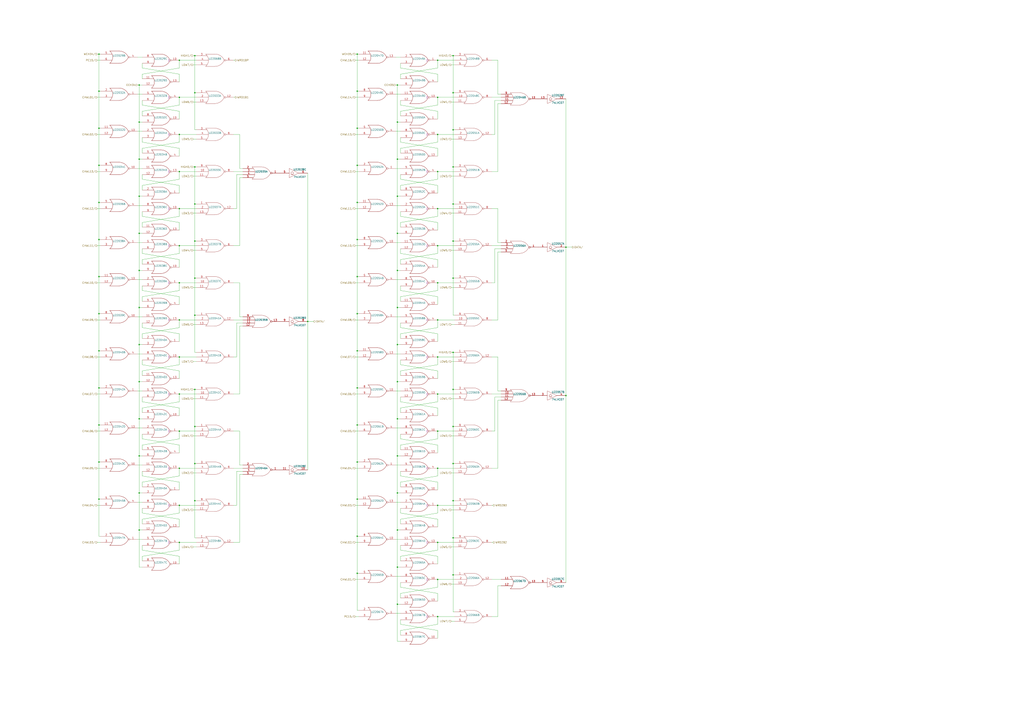
<source format=kicad_sch>
(kicad_sch (version 20211123) (generator eeschema)
  (paper "A1")
  (junction (at 372.11 381))
  (junction (at 81.28 288.29))
  (junction (at 147.32 415.29))
  (junction (at 326.39 191.77))
  (junction (at 359.41 80.01))
  (junction (at 359.41 323.85))
  (junction (at 372.11 472.44))
  (junction (at 160.02 228.6))
  (junction (at 81.28 349.25))
  (junction (at 293.37 196.85))
  (junction (at 359.41 445.77))
  (junction (at 81.28 74.93))
  (junction (at 147.32 262.89))
  (junction (at 114.3 100.33))
  (junction (at 293.37 288.29))
  (junction (at 147.32 293.37))
  (junction (at 114.3 191.77))
  (junction (at 359.41 49.53))
  (junction (at 114.3 374.65))
  (junction (at 147.32 323.85))
  (junction (at 147.32 110.49))
  (junction (at 160.02 320.04))
  (junction (at 359.41 354.33))
  (junction (at 326.39 313.69))
  (junction (at 114.3 161.29))
  (junction (at 160.02 167.64))
  (junction (at 114.3 222.25))
  (junction (at 114.3 283.21))
  (junction (at 160.02 381))
  (junction (at 160.02 411.48))
  (junction (at 160.02 45.72))
  (junction (at 114.3 313.69))
  (junction (at 372.11 137.16))
  (junction (at 114.3 130.81))
  (junction (at 147.32 49.53))
  (junction (at 359.41 110.49))
  (junction (at 359.41 293.37))
  (junction (at 326.39 100.33))
  (junction (at 81.28 318.77))
  (junction (at 372.11 167.64))
  (junction (at 160.02 259.08))
  (junction (at 160.02 198.12))
  (junction (at 147.32 80.01))
  (junction (at 372.11 350.52))
  (junction (at 359.41 171.45))
  (junction (at 160.02 350.52))
  (junction (at 372.11 45.72))
  (junction (at 81.28 166.37))
  (junction (at 293.37 74.93))
  (junction (at 114.3 344.17))
  (junction (at 359.41 262.89))
  (junction (at 81.28 105.41))
  (junction (at 326.39 496.57))
  (junction (at 359.41 232.41))
  (junction (at 147.32 201.93))
  (junction (at 359.41 201.93))
  (junction (at 326.39 405.13))
  (junction (at 464.82 203.2))
  (junction (at 114.3 252.73))
  (junction (at 293.37 471.17))
  (junction (at 293.37 44.45))
  (junction (at 464.82 325.12))
  (junction (at 160.02 137.16))
  (junction (at 252.73 264.16))
  (junction (at 326.39 283.21))
  (junction (at 359.41 506.73))
  (junction (at 81.28 379.73))
  (junction (at 293.37 349.25))
  (junction (at 326.39 435.61))
  (junction (at 326.39 69.85))
  (junction (at 81.28 410.21))
  (junction (at 81.28 257.81))
  (junction (at 372.11 411.48))
  (junction (at 372.11 106.68))
  (junction (at 81.28 227.33))
  (junction (at 147.32 171.45))
  (junction (at 293.37 379.73))
  (junction (at 359.41 415.29))
  (junction (at 81.28 196.85))
  (junction (at 326.39 161.29))
  (junction (at 372.11 76.2))
  (junction (at 293.37 227.33))
  (junction (at 372.11 198.12))
  (junction (at 114.3 405.13))
  (junction (at 147.32 140.97))
  (junction (at 293.37 135.89))
  (junction (at 114.3 69.85))
  (junction (at 372.11 228.6))
  (junction (at 372.11 320.04))
  (junction (at 359.41 476.25))
  (junction (at 160.02 76.2))
  (junction (at 326.39 222.25))
  (junction (at 114.3 435.61))
  (junction (at 147.32 445.77))
  (junction (at 293.37 318.77))
  (junction (at 147.32 232.41))
  (junction (at 293.37 166.37))
  (junction (at 372.11 441.96))
  (junction (at 293.37 440.69))
  (junction (at 372.11 289.56))
  (junction (at 326.39 344.17))
  (junction (at 81.28 44.45))
  (junction (at 326.39 466.09))
  (junction (at 293.37 410.21))
  (junction (at 147.32 384.81))
  (junction (at 81.28 135.89))
  (junction (at 293.37 257.81))
  (junction (at 326.39 130.81))
  (junction (at 359.41 140.97))
  (junction (at 326.39 252.73))
  (junction (at 326.39 374.65))
  (junction (at 359.41 384.81))
  (junction (at 147.32 354.33))
  (junction (at 293.37 105.41))
  (wire (pts (xy 328.93 182.88) (xy 328.93 186.69)))
  (wire (pts (xy 196.85 445.77) (xy 196.85 389.89)))
  (wire (pts (xy 293.37 74.93) (xy 294.64 74.93)))
  (wire (pts (xy 196.85 110.49) (xy 196.85 138.43)))
  (wire (pts (xy 372.11 289.56) (xy 373.38 289.56)))
  (wire (pts (xy 161.29 297.18) (xy 158.75 297.18)))
  (wire (pts (xy 161.29 449.58) (xy 158.75 449.58)))
  (wire (pts (xy 82.55 49.53) (xy 80.01 49.53)))
  (wire (pts (xy 147.32 177.8) (xy 116.84 182.88)))
  (wire (pts (xy 116.84 304.8) (xy 116.84 308.61)))
  (wire (pts (xy 147.32 384.81) (xy 147.32 391.16)))
  (wire (pts (xy 293.37 288.29) (xy 294.64 288.29)))
  (wire (pts (xy 328.93 100.33) (xy 326.39 100.33)))
  (wire (pts (xy 328.93 177.8) (xy 328.93 173.99)))
  (wire (pts (xy 293.37 318.77) (xy 294.64 318.77)))
  (wire (pts (xy 373.38 175.26) (xy 370.84 175.26)))
  (wire (pts (xy 294.64 171.45) (xy 292.1 171.45)))
  (wire (pts (xy 147.32 128.27) (xy 147.32 121.92)))
  (wire (pts (xy 116.84 100.33) (xy 114.3 100.33)))
  (wire (pts (xy 147.32 335.28) (xy 116.84 330.2)))
  (wire (pts (xy 359.41 280.67) (xy 359.41 274.32)))
  (wire (pts (xy 81.28 349.25) (xy 82.55 349.25)))
  (wire (pts (xy 113.03 382.27) (xy 116.84 382.27)))
  (wire (pts (xy 359.41 171.45) (xy 373.38 171.45)))
  (wire (pts (xy 82.55 232.41) (xy 80.01 232.41)))
  (wire (pts (xy 372.11 350.52) (xy 373.38 350.52)))
  (wire (pts (xy 359.41 60.96) (xy 328.93 55.88)))
  (wire (pts (xy 403.86 171.45) (xy 408.94 171.45)))
  (wire (pts (xy 147.32 238.76) (xy 116.84 243.84)))
  (wire (pts (xy 114.3 374.65) (xy 116.84 374.65)))
  (wire (pts (xy 326.39 313.69) (xy 326.39 344.17)))
  (wire (pts (xy 147.32 426.72) (xy 116.84 421.64)))
  (wire (pts (xy 406.4 326.39) (xy 411.48 326.39)))
  (wire (pts (xy 328.93 274.32) (xy 328.93 278.13)))
  (wire (pts (xy 293.37 349.25) (xy 293.37 379.73)))
  (wire (pts (xy 406.4 204.47) (xy 411.48 204.47)))
  (wire (pts (xy 191.77 384.81) (xy 199.39 384.81)))
  (wire (pts (xy 113.03 229.87) (xy 116.84 229.87)))
  (wire (pts (xy 114.3 191.77) (xy 116.84 191.77)))
  (wire (pts (xy 161.29 358.14) (xy 158.75 358.14)))
  (wire (pts (xy 191.77 262.89) (xy 199.39 262.89)))
  (wire (pts (xy 147.32 463.55) (xy 147.32 457.2)))
  (wire (pts (xy 114.3 130.81) (xy 116.84 130.81)))
  (wire (pts (xy 81.28 379.73) (xy 81.28 410.21)))
  (wire (pts (xy 82.55 80.01) (xy 80.01 80.01)))
  (wire (pts (xy 81.28 105.41) (xy 82.55 105.41)))
  (wire (pts (xy 147.32 55.88) (xy 116.84 60.96)))
  (wire (pts (xy 372.11 320.04) (xy 372.11 350.52)))
  (wire (pts (xy 147.32 201.93) (xy 161.29 201.93)))
  (wire (pts (xy 328.93 55.88) (xy 328.93 52.07)))
  (wire (pts (xy 81.28 227.33) (xy 82.55 227.33)))
  (wire (pts (xy 116.84 360.68) (xy 116.84 356.87)))
  (wire (pts (xy 160.02 350.52) (xy 160.02 381)))
  (wire (pts (xy 372.11 411.48) (xy 373.38 411.48)))
  (wire (pts (xy 293.37 349.25) (xy 294.64 349.25)))
  (wire (pts (xy 326.39 161.29) (xy 328.93 161.29)))
  (wire (pts (xy 147.32 341.63) (xy 147.32 335.28)))
  (wire (pts (xy 81.28 74.93) (xy 81.28 105.41)))
  (wire (pts (xy 325.12 199.39) (xy 328.93 199.39)))
  (wire (pts (xy 359.41 482.6) (xy 328.93 487.68)))
  (wire (pts (xy 326.39 374.65) (xy 328.93 374.65)))
  (wire (pts (xy 373.38 76.2) (xy 372.11 76.2)))
  (wire (pts (xy 114.3 405.13) (xy 116.84 405.13)))
  (wire (pts (xy 114.3 252.73) (xy 114.3 283.21)))
  (wire (pts (xy 81.28 135.89) (xy 82.55 135.89)))
  (wire (pts (xy 113.03 351.79) (xy 116.84 351.79)))
  (wire (pts (xy 147.32 415.29) (xy 161.29 415.29)))
  (wire (pts (xy 359.41 354.33) (xy 359.41 360.68)))
  (wire (pts (xy 294.64 354.33) (xy 292.1 354.33)))
  (wire (pts (xy 114.3 344.17) (xy 114.3 374.65)))
  (wire (pts (xy 403.86 140.97) (xy 408.94 140.97)))
  (wire (pts (xy 113.03 168.91) (xy 116.84 168.91)))
  (wire (pts (xy 113.03 107.95) (xy 116.84 107.95)))
  (wire (pts (xy 359.41 341.63) (xy 359.41 335.28)))
  (wire (pts (xy 373.38 83.82) (xy 370.84 83.82)))
  (wire (pts (xy 403.86 293.37) (xy 408.94 293.37)))
  (wire (pts (xy 116.84 121.92) (xy 116.84 125.73)))
  (wire (pts (xy 326.39 130.81) (xy 326.39 161.29)))
  (wire (pts (xy 160.02 45.72) (xy 161.29 45.72)))
  (wire (pts (xy 359.41 354.33) (xy 373.38 354.33)))
  (wire (pts (xy 147.32 323.85) (xy 147.32 330.2)))
  (wire (pts (xy 113.03 77.47) (xy 116.84 77.47)))
  (wire (pts (xy 160.02 259.08) (xy 160.02 289.56)))
  (wire (pts (xy 403.86 476.25) (xy 411.48 476.25)))
  (wire (pts (xy 372.11 137.16) (xy 372.11 167.64)))
  (wire (pts (xy 373.38 53.34) (xy 370.84 53.34)))
  (wire (pts (xy 359.41 494.03) (xy 359.41 487.68)))
  (wire (pts (xy 359.41 182.88) (xy 328.93 177.8)))
  (wire (pts (xy 160.02 167.64) (xy 160.02 198.12)))
  (wire (pts (xy 328.93 121.92) (xy 328.93 125.73)))
  (wire (pts (xy 191.77 49.53) (xy 193.04 49.53)))
  (wire (pts (xy 147.32 208.28) (xy 116.84 213.36)))
  (wire (pts (xy 408.94 199.39) (xy 411.48 199.39)))
  (wire (pts (xy 328.93 518.16) (xy 328.93 521.97)))
  (wire (pts (xy 116.84 269.24) (xy 116.84 265.43)))
  (wire (pts (xy 464.82 81.28) (xy 464.82 203.2)))
  (wire (pts (xy 116.84 365.76) (xy 116.84 369.57)))
  (wire (pts (xy 359.41 360.68) (xy 328.93 365.76)))
  (wire (pts (xy 196.85 146.05) (xy 199.39 146.05)))
  (wire (pts (xy 293.37 257.81) (xy 294.64 257.81)))
  (wire (pts (xy 81.28 379.73) (xy 82.55 379.73)))
  (wire (pts (xy 191.77 445.77) (xy 196.85 445.77)))
  (wire (pts (xy 373.38 358.14) (xy 370.84 358.14)))
  (wire (pts (xy 116.84 147.32) (xy 116.84 143.51)))
  (wire (pts (xy 81.28 105.41) (xy 81.28 135.89)))
  (wire (pts (xy 113.03 412.75) (xy 116.84 412.75)))
  (wire (pts (xy 196.85 260.35) (xy 199.39 260.35)))
  (wire (pts (xy 373.38 449.58) (xy 370.84 449.58)))
  (wire (pts (xy 116.84 330.2) (xy 116.84 326.39)))
  (wire (pts (xy 325.12 229.87) (xy 328.93 229.87)))
  (wire (pts (xy 293.37 501.65) (xy 294.64 501.65)))
  (wire (pts (xy 359.41 524.51) (xy 359.41 518.16)))
  (wire (pts (xy 81.28 318.77) (xy 82.55 318.77)))
  (wire (pts (xy 294.64 293.37) (xy 292.1 293.37)))
  (wire (pts (xy 147.32 445.77) (xy 161.29 445.77)))
  (wire (pts (xy 147.32 299.72) (xy 116.84 304.8)))
  (wire (pts (xy 160.02 441.96) (xy 161.29 441.96)))
  (wire (pts (xy 147.32 110.49) (xy 161.29 110.49)))
  (wire (pts (xy 359.41 152.4) (xy 328.93 147.32)))
  (wire (pts (xy 81.28 227.33) (xy 81.28 257.81)))
  (wire (pts (xy 372.11 228.6) (xy 372.11 259.08)))
  (wire (pts (xy 191.77 201.93) (xy 196.85 201.93)))
  (wire (pts (xy 114.3 283.21) (xy 116.84 283.21)))
  (wire (pts (xy 325.12 138.43) (xy 328.93 138.43)))
  (wire (pts (xy 372.11 472.44) (xy 373.38 472.44)))
  (wire (pts (xy 147.32 304.8) (xy 116.84 299.72)))
  (wire (pts (xy 372.11 320.04) (xy 373.38 320.04)))
  (wire (pts (xy 408.94 321.31) (xy 411.48 321.31)))
  (wire (pts (xy 147.32 384.81) (xy 161.29 384.81)))
  (wire (pts (xy 328.93 86.36) (xy 328.93 82.55)))
  (wire (pts (xy 359.41 330.2) (xy 328.93 335.28)))
  (wire (pts (xy 194.31 415.29) (xy 194.31 387.35)))
  (wire (pts (xy 191.77 171.45) (xy 194.31 171.45)))
  (wire (pts (xy 147.32 421.64) (xy 116.84 426.72)))
  (wire (pts (xy 147.32 147.32) (xy 116.84 152.4)))
  (wire (pts (xy 116.84 177.8) (xy 116.84 173.99)))
  (wire (pts (xy 81.28 288.29) (xy 82.55 288.29)))
  (wire (pts (xy 408.94 293.37) (xy 408.94 321.31)))
  (wire (pts (xy 113.03 260.35) (xy 116.84 260.35)))
  (wire (pts (xy 328.93 426.72) (xy 328.93 430.53)))
  (wire (pts (xy 293.37 227.33) (xy 293.37 257.81)))
  (wire (pts (xy 359.41 311.15) (xy 359.41 304.8)))
  (wire (pts (xy 359.41 415.29) (xy 359.41 421.64)))
  (wire (pts (xy 196.85 267.97) (xy 199.39 267.97)))
  (wire (pts (xy 373.38 388.62) (xy 370.84 388.62)))
  (wire (pts (xy 408.94 49.53) (xy 408.94 77.47)))
  (wire (pts (xy 326.39 405.13) (xy 326.39 435.61)))
  (wire (pts (xy 293.37 44.45) (xy 294.64 44.45)))
  (wire (pts (xy 294.64 445.77) (xy 292.1 445.77)))
  (wire (pts (xy 80.01 44.45) (xy 81.28 44.45)))
  (wire (pts (xy 147.32 67.31) (xy 147.32 60.96)))
  (wire (pts (xy 325.12 46.99) (xy 328.93 46.99)))
  (wire (pts (xy 116.84 274.32) (xy 116.84 278.13)))
  (wire (pts (xy 328.93 482.6) (xy 328.93 478.79)))
  (wire (pts (xy 293.37 135.89) (xy 294.64 135.89)))
  (wire (pts (xy 326.39 405.13) (xy 328.93 405.13)))
  (wire (pts (xy 406.4 232.41) (xy 406.4 204.47)))
  (wire (pts (xy 373.38 510.54) (xy 370.84 510.54)))
  (wire (pts (xy 359.41 433.07) (xy 359.41 426.72)))
  (wire (pts (xy 147.32 293.37) (xy 147.32 299.72)))
  (wire (pts (xy 147.32 396.24) (xy 116.84 391.16)))
  (wire (pts (xy 161.29 419.1) (xy 158.75 419.1)))
  (wire (pts (xy 325.12 168.91) (xy 328.93 168.91)))
  (wire (pts (xy 372.11 198.12) (xy 373.38 198.12)))
  (wire (pts (xy 147.32 182.88) (xy 116.84 177.8)))
  (wire (pts (xy 326.39 435.61) (xy 326.39 466.09)))
  (wire (pts (xy 293.37 166.37) (xy 294.64 166.37)))
  (wire (pts (xy 113.03 321.31) (xy 116.84 321.31)))
  (wire (pts (xy 147.32 274.32) (xy 116.84 269.24)))
  (wire (pts (xy 114.3 283.21) (xy 114.3 313.69)))
  (wire (pts (xy 147.32 293.37) (xy 161.29 293.37)))
  (wire (pts (xy 196.85 232.41) (xy 196.85 260.35)))
  (wire (pts (xy 116.84 208.28) (xy 116.84 204.47)))
  (wire (pts (xy 81.28 318.77) (xy 81.28 349.25)))
  (wire (pts (xy 326.39 252.73) (xy 326.39 283.21)))
  (wire (pts (xy 408.94 77.47) (xy 411.48 77.47)))
  (wire (pts (xy 158.75 137.16) (xy 160.02 137.16)))
  (wire (pts (xy 372.11 441.96) (xy 372.11 472.44)))
  (wire (pts (xy 116.84 452.12) (xy 116.84 448.31)))
  (wire (pts (xy 293.37 105.41) (xy 293.37 135.89)))
  (wire (pts (xy 359.41 304.8) (xy 328.93 299.72)))
  (wire (pts (xy 359.41 110.49) (xy 359.41 116.84)))
  (wire (pts (xy 328.93 421.64) (xy 328.93 417.83)))
  (wire (pts (xy 359.41 91.44) (xy 328.93 86.36)))
  (wire (pts (xy 147.32 365.76) (xy 116.84 360.68)))
  (wire (pts (xy 403.86 110.49) (xy 406.4 110.49)))
  (wire (pts (xy 359.41 426.72) (xy 328.93 421.64)))
  (wire (pts (xy 161.29 266.7) (xy 158.75 266.7)))
  (wire (pts (xy 408.94 481.33) (xy 411.48 481.33)))
  (wire (pts (xy 113.03 69.85) (xy 114.3 69.85)))
  (wire (pts (xy 113.03 443.23) (xy 116.84 443.23)))
  (wire (pts (xy 328.93 457.2) (xy 328.93 461.01)))
  (wire (pts (xy 147.32 97.79) (xy 147.32 91.44)))
  (wire (pts (xy 191.77 110.49) (xy 196.85 110.49)))
  (wire (pts (xy 194.31 143.51) (xy 199.39 143.51)))
  (wire (pts (xy 81.28 440.69) (xy 82.55 440.69)))
  (wire (pts (xy 359.41 457.2) (xy 328.93 452.12)))
  (wire (pts (xy 147.32 213.36) (xy 116.84 208.28)))
  (wire (pts (xy 403.86 49.53) (xy 408.94 49.53)))
  (wire (pts (xy 403.86 262.89) (xy 408.94 262.89)))
  (wire (pts (xy 359.41 250.19) (xy 359.41 243.84)))
  (wire (pts (xy 114.3 344.17) (xy 116.84 344.17)))
  (wire (pts (xy 359.41 402.59) (xy 359.41 396.24)))
  (wire (pts (xy 359.41 171.45) (xy 359.41 177.8)))
  (wire (pts (xy 328.93 60.96) (xy 328.93 64.77)))
  (wire (pts (xy 147.32 280.67) (xy 147.32 274.32)))
  (wire (pts (xy 147.32 232.41) (xy 147.32 238.76)))
  (wire (pts (xy 81.28 166.37) (xy 81.28 196.85)))
  (wire (pts (xy 114.3 466.09) (xy 116.84 466.09)))
  (wire (pts (xy 191.77 80.01) (xy 193.04 80.01)))
  (wire (pts (xy 370.84 45.72) (xy 372.11 45.72)))
  (wire (pts (xy 196.85 138.43) (xy 199.39 138.43)))
  (wire (pts (xy 114.3 161.29) (xy 116.84 161.29)))
  (wire (pts (xy 372.11 198.12) (xy 372.11 228.6)))
  (wire (pts (xy 328.93 91.44) (xy 328.93 95.25)))
  (wire (pts (xy 326.39 100.33) (xy 326.39 130.81)))
  (wire (pts (xy 116.84 426.72) (xy 116.84 430.53)))
  (wire (pts (xy 160.02 381) (xy 160.02 411.48)))
  (wire (pts (xy 359.41 208.28) (xy 328.93 213.36)))
  (wire (pts (xy 160.02 228.6) (xy 161.29 228.6)))
  (wire (pts (xy 82.55 201.93) (xy 80.01 201.93)))
  (wire (pts (xy 82.55 171.45) (xy 80.01 171.45)))
  (wire (pts (xy 325.12 382.27) (xy 328.93 382.27)))
  (wire (pts (xy 293.37 74.93) (xy 293.37 105.41)))
  (wire (pts (xy 326.39 466.09) (xy 326.39 496.57)))
  (wire (pts (xy 116.84 299.72) (xy 116.84 295.91)))
  (wire (pts (xy 292.1 44.45) (xy 293.37 44.45)))
  (wire (pts (xy 114.3 313.69) (xy 116.84 313.69)))
  (wire (pts (xy 359.41 116.84) (xy 328.93 121.92)))
  (wire (pts (xy 196.85 389.89) (xy 199.39 389.89)))
  (wire (pts (xy 147.32 354.33) (xy 161.29 354.33)))
  (wire (pts (xy 161.29 388.62) (xy 158.75 388.62)))
  (wire (pts (xy 294.64 201.93) (xy 292.1 201.93)))
  (wire (pts (xy 81.28 196.85) (xy 82.55 196.85)))
  (wire (pts (xy 160.02 411.48) (xy 161.29 411.48)))
  (wire (pts (xy 114.3 100.33) (xy 114.3 130.81)))
  (wire (pts (xy 81.28 44.45) (xy 82.55 44.45)))
  (wire (pts (xy 147.32 171.45) (xy 161.29 171.45)))
  (wire (pts (xy 81.28 196.85) (xy 81.28 227.33)))
  (wire (pts (xy 196.85 382.27) (xy 199.39 382.27)))
  (wire (pts (xy 326.39 283.21) (xy 328.93 283.21)))
  (wire (pts (xy 81.28 44.45) (xy 81.28 74.93)))
  (wire (pts (xy 116.84 391.16) (xy 116.84 387.35)))
  (wire (pts (xy 359.41 513.08) (xy 328.93 518.16)))
  (wire (pts (xy 359.41 262.89) (xy 359.41 269.24)))
  (wire (pts (xy 81.28 349.25) (xy 81.28 379.73)))
  (wire (pts (xy 373.38 297.18) (xy 370.84 297.18)))
  (wire (pts (xy 328.93 513.08) (xy 328.93 509.27)))
  (wire (pts (xy 147.32 201.93) (xy 147.32 208.28)))
  (wire (pts (xy 147.32 330.2) (xy 116.84 335.28)))
  (wire (pts (xy 191.77 354.33) (xy 196.85 354.33)))
  (wire (pts (xy 359.41 335.28) (xy 328.93 330.2)))
  (wire (pts (xy 82.55 262.89) (xy 80.01 262.89)))
  (wire (pts (xy 196.85 323.85) (xy 196.85 267.97)))
  (wire (pts (xy 359.41 158.75) (xy 359.41 152.4)))
  (wire (pts (xy 82.55 110.49) (xy 80.01 110.49)))
  (wire (pts (xy 158.75 320.04) (xy 160.02 320.04)))
  (wire (pts (xy 147.32 91.44) (xy 116.84 86.36)))
  (wire (pts (xy 372.11 289.56) (xy 372.11 320.04)))
  (wire (pts (xy 191.77 232.41) (xy 196.85 232.41)))
  (wire (pts (xy 293.37 105.41) (xy 294.64 105.41)))
  (wire (pts (xy 147.32 391.16) (xy 116.84 396.24)))
  (wire (pts (xy 147.32 171.45) (xy 147.32 177.8)))
  (wire (pts (xy 403.86 80.01) (xy 411.48 80.01)))
  (wire (pts (xy 160.02 320.04) (xy 161.29 320.04)))
  (wire (pts (xy 359.41 476.25) (xy 359.41 482.6)))
  (wire (pts (xy 81.28 135.89) (xy 81.28 166.37)))
  (wire (pts (xy 328.93 269.24) (xy 328.93 265.43)))
  (wire (pts (xy 326.39 344.17) (xy 328.93 344.17)))
  (wire (pts (xy 113.03 199.39) (xy 116.84 199.39)))
  (wire (pts (xy 158.75 45.72) (xy 160.02 45.72)))
  (wire (pts (xy 406.4 354.33) (xy 406.4 326.39)))
  (wire (pts (xy 196.85 201.93) (xy 196.85 146.05)))
  (wire (pts (xy 114.3 252.73) (xy 116.84 252.73)))
  (wire (pts (xy 81.28 257.81) (xy 81.28 288.29)))
  (wire (pts (xy 294.64 49.53) (xy 292.1 49.53)))
  (wire (pts (xy 372.11 76.2) (xy 372.11 106.68)))
  (wire (pts (xy 116.84 86.36) (xy 116.84 82.55)))
  (wire (pts (xy 359.41 274.32) (xy 328.93 269.24)))
  (wire (pts (xy 147.32 140.97) (xy 147.32 147.32)))
  (wire (pts (xy 359.41 213.36) (xy 328.93 208.28)))
  (wire (pts (xy 326.39 69.85) (xy 326.39 100.33)))
  (wire (pts (xy 359.41 201.93) (xy 359.41 208.28)))
  (wire (pts (xy 359.41 396.24) (xy 328.93 391.16)))
  (wire (pts (xy 408.94 140.97) (xy 408.94 85.09)))
  (wire (pts (xy 373.38 114.3) (xy 370.84 114.3)))
  (wire (pts (xy 359.41 262.89) (xy 373.38 262.89)))
  (wire (pts (xy 359.41 67.31) (xy 359.41 60.96)))
  (wire (pts (xy 82.55 384.81) (xy 80.01 384.81)))
  (wire (pts (xy 328.93 238.76) (xy 328.93 234.95)))
  (wire (pts (xy 294.64 232.41) (xy 292.1 232.41)))
  (wire (pts (xy 372.11 167.64) (xy 373.38 167.64)))
  (wire (pts (xy 161.29 144.78) (xy 158.75 144.78)))
  (wire (pts (xy 114.3 130.81) (xy 114.3 161.29)))
  (wire (pts (xy 116.84 243.84) (xy 116.84 247.65)))
  (wire (pts (xy 116.84 55.88) (xy 116.84 52.07)))
  (wire (pts (xy 328.93 243.84) (xy 328.93 247.65)))
  (wire (pts (xy 160.02 259.08) (xy 161.29 259.08)))
  (wire (pts (xy 147.32 452.12) (xy 116.84 457.2)))
  (wire (pts (xy 160.02 320.04) (xy 160.02 350.52)))
  (wire (pts (xy 293.37 166.37) (xy 293.37 196.85)))
  (wire (pts (xy 81.28 410.21) (xy 82.55 410.21)))
  (wire (pts (xy 372.11 45.72) (xy 372.11 76.2)))
  (wire (pts (xy 147.32 262.89) (xy 161.29 262.89)))
  (wire (pts (xy 161.29 175.26) (xy 158.75 175.26)))
  (wire (pts (xy 114.3 435.61) (xy 116.84 435.61)))
  (wire (pts (xy 370.84 289.56) (xy 372.11 289.56)))
  (wire (pts (xy 328.93 391.16) (xy 328.93 387.35)))
  (wire (pts (xy 325.12 290.83) (xy 328.93 290.83)))
  (wire (pts (xy 114.3 222.25) (xy 114.3 252.73)))
  (wire (pts (xy 328.93 335.28) (xy 328.93 339.09)))
  (wire (pts (xy 147.32 402.59) (xy 147.32 396.24)))
  (wire (pts (xy 403.86 384.81) (xy 408.94 384.81)))
  (wire (pts (xy 147.32 323.85) (xy 161.29 323.85)))
  (wire (pts (xy 294.64 80.01) (xy 292.1 80.01)))
  (wire (pts (xy 359.41 80.01) (xy 373.38 80.01)))
  (wire (pts (xy 359.41 189.23) (xy 359.41 182.88)))
  (wire (pts (xy 293.37 440.69) (xy 294.64 440.69)))
  (wire (pts (xy 147.32 121.92) (xy 116.84 116.84)))
  (wire (pts (xy 294.64 323.85) (xy 292.1 323.85)))
  (wire (pts (xy 114.3 405.13) (xy 114.3 435.61)))
  (wire (pts (xy 328.93 365.76) (xy 328.93 369.57)))
  (wire (pts (xy 328.93 396.24) (xy 328.93 400.05)))
  (wire (pts (xy 113.03 290.83) (xy 116.84 290.83)))
  (wire (pts (xy 116.84 60.96) (xy 116.84 64.77)))
  (wire (pts (xy 326.39 130.81) (xy 328.93 130.81)))
  (wire (pts (xy 325.12 412.75) (xy 328.93 412.75)))
  (wire (pts (xy 147.32 262.89) (xy 147.32 269.24)))
  (wire (pts (xy 359.41 177.8) (xy 328.93 182.88)))
  (wire (pts (xy 359.41 384.81) (xy 359.41 391.16)))
  (wire (pts (xy 408.94 262.89) (xy 408.94 207.01)))
  (wire (pts (xy 116.84 213.36) (xy 116.84 217.17)))
  (wire (pts (xy 252.73 142.24) (xy 252.73 264.16)))
  (wire (pts (xy 359.41 445.77) (xy 359.41 452.12)))
  (wire (pts (xy 359.41 128.27) (xy 359.41 121.92)))
  (wire (pts (xy 294.64 476.25) (xy 292.1 476.25)))
  (wire (pts (xy 325.12 77.47) (xy 328.93 77.47)))
  (wire (pts (xy 326.39 496.57) (xy 328.93 496.57)))
  (wire (pts (xy 147.32 232.41) (xy 161.29 232.41)))
  (wire (pts (xy 372.11 228.6) (xy 373.38 228.6)))
  (wire (pts (xy 147.32 110.49) (xy 147.32 116.84)))
  (wire (pts (xy 147.32 49.53) (xy 147.32 55.88)))
  (wire (pts (xy 325.12 321.31) (xy 328.93 321.31)))
  (wire (pts (xy 359.41 243.84) (xy 328.93 238.76)))
  (wire (pts (xy 114.3 69.85) (xy 116.84 69.85)))
  (wire (pts (xy 81.28 257.81) (xy 82.55 257.81)))
  (wire (pts (xy 293.37 318.77) (xy 293.37 349.25)))
  (wire (pts (xy 114.3 161.29) (xy 114.3 191.77)))
  (wire (pts (xy 147.32 372.11) (xy 147.32 365.76)))
  (wire (pts (xy 116.84 116.84) (xy 116.84 113.03)))
  (wire (pts (xy 191.77 323.85) (xy 196.85 323.85)))
  (wire (pts (xy 147.32 457.2) (xy 116.84 452.12)))
  (wire (pts (xy 160.02 45.72) (xy 160.02 76.2)))
  (wire (pts (xy 294.64 384.81) (xy 292.1 384.81)))
  (wire (pts (xy 359.41 323.85) (xy 373.38 323.85)))
  (wire (pts (xy 196.85 354.33) (xy 196.85 382.27)))
  (wire (pts (xy 293.37 135.89) (xy 293.37 166.37)))
  (wire (pts (xy 147.32 80.01) (xy 147.32 86.36)))
  (wire (pts (xy 359.41 232.41) (xy 359.41 238.76)))
  (wire (pts (xy 114.3 374.65) (xy 114.3 405.13)))
  (wire (pts (xy 359.41 463.55) (xy 359.41 457.2)))
  (wire (pts (xy 116.84 91.44) (xy 116.84 95.25)))
  (wire (pts (xy 464.82 203.2) (xy 464.82 325.12)))
  (wire (pts (xy 328.93 330.2) (xy 328.93 326.39)))
  (wire (pts (xy 328.93 360.68) (xy 328.93 356.87)))
  (wire (pts (xy 147.32 152.4) (xy 116.84 147.32)))
  (wire (pts (xy 359.41 80.01) (xy 359.41 86.36)))
  (wire (pts (xy 147.32 269.24) (xy 116.84 274.32)))
  (wire (pts (xy 161.29 327.66) (xy 158.75 327.66)))
  (wire (pts (xy 147.32 158.75) (xy 147.32 152.4)))
  (wire (pts (xy 81.28 288.29) (xy 81.28 318.77)))
  (wire (pts (xy 116.84 152.4) (xy 116.84 156.21)))
  (wire (pts (xy 373.38 236.22) (xy 370.84 236.22)))
  (wire (pts (xy 194.31 171.45) (xy 194.31 143.51)))
  (wire (pts (xy 147.32 445.77) (xy 147.32 452.12)))
  (wire (pts (xy 82.55 445.77) (xy 80.01 445.77)))
  (wire (pts (xy 293.37 196.85) (xy 294.64 196.85)))
  (wire (pts (xy 293.37 471.17) (xy 293.37 501.65)))
  (wire (pts (xy 373.38 266.7) (xy 370.84 266.7)))
  (wire (pts (xy 294.64 506.73) (xy 292.1 506.73)))
  (wire (pts (xy 326.39 374.65) (xy 326.39 405.13)))
  (wire (pts (xy 147.32 189.23) (xy 147.32 182.88)))
  (wire (pts (xy 464.82 325.12) (xy 464.82 478.79)))
  (wire (pts (xy 326.39 222.25) (xy 328.93 222.25)))
  (wire (pts (xy 372.11 350.52) (xy 372.11 381)))
  (wire (pts (xy 373.38 205.74) (xy 370.84 205.74)))
  (wire (pts (xy 372.11 259.08) (xy 373.38 259.08)))
  (wire (pts (xy 114.3 69.85) (xy 114.3 100.33)))
  (wire (pts (xy 372.11 472.44) (xy 372.11 502.92)))
  (wire (pts (xy 403.86 445.77) (xy 405.13 445.77)))
  (wire (pts (xy 359.41 372.11) (xy 359.41 365.76)))
  (wire (pts (xy 372.11 137.16) (xy 373.38 137.16)))
  (wire (pts (xy 359.41 452.12) (xy 328.93 457.2)))
  (wire (pts (xy 113.03 46.99) (xy 116.84 46.99)))
  (wire (pts (xy 293.37 410.21) (xy 294.64 410.21)))
  (wire (pts (xy 325.12 443.23) (xy 328.93 443.23)))
  (wire (pts (xy 326.39 466.09) (xy 328.93 466.09)))
  (wire (pts (xy 82.55 140.97) (xy 80.01 140.97)))
  (wire (pts (xy 328.93 213.36) (xy 328.93 217.17)))
  (wire (pts (xy 359.41 299.72) (xy 328.93 304.8)))
  (wire (pts (xy 359.41 323.85) (xy 359.41 330.2)))
  (wire (pts (xy 114.3 435.61) (xy 114.3 466.09)))
  (wire (pts (xy 359.41 110.49) (xy 373.38 110.49)))
  (wire (pts (xy 373.38 327.66) (xy 370.84 327.66)))
  (wire (pts (xy 160.02 76.2) (xy 160.02 106.68)))
  (wire (pts (xy 403.86 323.85) (xy 411.48 323.85)))
  (wire (pts (xy 326.39 191.77) (xy 328.93 191.77)))
  (wire (pts (xy 147.32 140.97) (xy 161.29 140.97)))
  (wire (pts (xy 113.03 138.43) (xy 116.84 138.43)))
  (wire (pts (xy 326.39 435.61) (xy 328.93 435.61)))
  (wire (pts (xy 293.37 410.21) (xy 293.37 440.69)))
  (wire (pts (xy 359.41 421.64) (xy 328.93 426.72)))
  (wire (pts (xy 116.84 396.24) (xy 116.84 400.05)))
  (wire (pts (xy 406.4 110.49) (xy 406.4 82.55)))
  (wire (pts (xy 293.37 440.69) (xy 293.37 471.17)))
  (wire (pts (xy 326.39 69.85) (xy 328.93 69.85)))
  (wire (pts (xy 328.93 452.12) (xy 328.93 448.31)))
  (wire (pts (xy 160.02 350.52) (xy 161.29 350.52)))
  (wire (pts (xy 403.86 415.29) (xy 405.13 415.29)))
  (wire (pts (xy 359.41 293.37) (xy 359.41 299.72)))
  (wire (pts (xy 252.73 264.16) (xy 257.81 264.16)))
  (wire (pts (xy 359.41 415.29) (xy 373.38 415.29)))
  (wire (pts (xy 160.02 289.56) (xy 161.29 289.56)))
  (wire (pts (xy 194.31 293.37) (xy 194.31 265.43)))
  (wire (pts (xy 373.38 419.1) (xy 370.84 419.1)))
  (wire (pts (xy 114.3 222.25) (xy 116.84 222.25)))
  (wire (pts (xy 359.41 391.16) (xy 328.93 396.24)))
  (wire (pts (xy 160.02 228.6) (xy 160.02 259.08)))
  (wire (pts (xy 116.84 421.64) (xy 116.84 417.83)))
  (wire (pts (xy 293.37 227.33) (xy 294.64 227.33)))
  (wire (pts (xy 161.29 76.2) (xy 160.02 76.2)))
  (wire (pts (xy 82.55 323.85) (xy 80.01 323.85)))
  (wire (pts (xy 372.11 106.68) (xy 373.38 106.68)))
  (wire (pts (xy 325.12 107.95) (xy 328.93 107.95)))
  (wire (pts (xy 328.93 299.72) (xy 328.93 295.91)))
  (wire (pts (xy 147.32 415.29) (xy 147.32 421.64)))
  (wire (pts (xy 408.94 328.93) (xy 411.48 328.93)))
  (wire (pts (xy 403.86 506.73) (xy 408.94 506.73)))
  (wire (pts (xy 114.3 191.77) (xy 114.3 222.25)))
  (wire (pts (xy 160.02 137.16) (xy 160.02 167.64)))
  (wire (pts (xy 325.12 504.19) (xy 328.93 504.19)))
  (wire (pts (xy 359.41 232.41) (xy 373.38 232.41)))
  (wire (pts (xy 147.32 60.96) (xy 116.84 55.88)))
  (wire (pts (xy 328.93 116.84) (xy 328.93 113.03)))
  (wire (pts (xy 147.32 250.19) (xy 147.32 243.84)))
  (wire (pts (xy 464.82 203.2) (xy 469.9 203.2)))
  (wire (pts (xy 81.28 74.93) (xy 82.55 74.93)))
  (wire (pts (xy 326.39 496.57) (xy 326.39 527.05)))
  (wire (pts (xy 252.73 264.16) (xy 252.73 386.08)))
  (wire (pts (xy 328.93 208.28) (xy 328.93 204.47)))
  (wire (pts (xy 147.32 49.53) (xy 161.29 49.53)))
  (wire (pts (xy 147.32 311.15) (xy 147.32 304.8)))
  (wire (pts (xy 161.29 114.3) (xy 158.75 114.3)))
  (wire (pts (xy 116.84 457.2) (xy 116.84 461.01)))
  (wire (pts (xy 359.41 219.71) (xy 359.41 213.36)))
  (wire (pts (xy 359.41 487.68) (xy 328.93 482.6)))
  (wire (pts (xy 191.77 140.97) (xy 199.39 140.97)))
  (wire (pts (xy 328.93 487.68) (xy 328.93 491.49)))
  (wire (pts (xy 408.94 85.09) (xy 411.48 85.09)))
  (wire (pts (xy 147.32 80.01) (xy 161.29 80.01)))
  (wire (pts (xy 359.41 238.76) (xy 328.93 243.84)))
  (wire (pts (xy 294.64 415.29) (xy 292.1 415.29)))
  (wire (pts (xy 116.84 335.28) (xy 116.84 339.09)))
  (wire (pts (xy 359.41 147.32) (xy 328.93 152.4)))
  (wire (pts (xy 359.41 384.81) (xy 373.38 384.81)))
  (wire (pts (xy 82.55 354.33) (xy 80.01 354.33)))
  (wire (pts (xy 326.39 191.77) (xy 326.39 222.25)))
  (wire (pts (xy 326.39 527.05) (xy 328.93 527.05)))
  (wire (pts (xy 403.86 201.93) (xy 411.48 201.93)))
  (wire (pts (xy 294.64 110.49) (xy 292.1 110.49)))
  (wire (pts (xy 160.02 411.48) (xy 160.02 441.96)))
  (wire (pts (xy 408.94 506.73) (xy 408.94 481.33)))
  (wire (pts (xy 160.02 198.12) (xy 161.29 198.12)))
  (wire (pts (xy 359.41 506.73) (xy 359.41 513.08)))
  (wire (pts (xy 373.38 480.06) (xy 370.84 480.06)))
  (wire (pts (xy 359.41 140.97) (xy 359.41 147.32)))
  (wire (pts (xy 326.39 283.21) (xy 326.39 313.69)))
  (wire (pts (xy 194.31 387.35) (xy 199.39 387.35)))
  (wire (pts (xy 160.02 137.16) (xy 161.29 137.16)))
  (wire (pts (xy 147.32 219.71) (xy 147.32 213.36)))
  (wire (pts (xy 372.11 502.92) (xy 373.38 502.92)))
  (wire (pts (xy 325.12 351.79) (xy 328.93 351.79)))
  (wire (pts (xy 359.41 49.53) (xy 373.38 49.53)))
  (wire (pts (xy 293.37 288.29) (xy 293.37 318.77)))
  (wire (pts (xy 359.41 506.73) (xy 373.38 506.73)))
  (wire (pts (xy 372.11 441.96) (xy 373.38 441.96)))
  (wire (pts (xy 328.93 304.8) (xy 328.93 308.61)))
  (wire (pts (xy 293.37 471.17) (xy 294.64 471.17)))
  (wire (pts (xy 160.02 106.68) (xy 161.29 106.68)))
  (wire (pts (xy 359.41 201.93) (xy 373.38 201.93)))
  (wire (pts (xy 161.29 205.74) (xy 158.75 205.74)))
  (wire (pts (xy 359.41 269.24) (xy 328.93 274.32)))
  (wire (pts (xy 147.32 116.84) (xy 116.84 121.92)))
  (wire (pts (xy 147.32 354.33) (xy 147.32 360.68)))
  (wire (pts (xy 81.28 166.37) (xy 82.55 166.37)))
  (wire (pts (xy 147.32 360.68) (xy 116.84 365.76)))
  (wire (pts (xy 194.31 265.43) (xy 199.39 265.43)))
  (wire (pts (xy 293.37 379.73) (xy 294.64 379.73)))
  (wire (pts (xy 326.39 313.69) (xy 328.93 313.69)))
  (wire (pts (xy 372.11 381) (xy 373.38 381)))
  (wire (pts (xy 359.41 140.97) (xy 373.38 140.97)))
  (wire (pts (xy 372.11 167.64) (xy 372.11 198.12)))
  (wire (pts (xy 359.41 86.36) (xy 328.93 91.44)))
  (wire (pts (xy 326.39 344.17) (xy 326.39 374.65)))
  (wire (pts (xy 326.39 222.25) (xy 326.39 252.73)))
  (wire (pts (xy 359.41 476.25) (xy 373.38 476.25)))
  (wire (pts (xy 293.37 379.73) (xy 293.37 410.21)))
  (wire (pts (xy 325.12 69.85) (xy 326.39 69.85)))
  (wire (pts (xy 294.64 140.97) (xy 292.1 140.97)))
  (wire (pts (xy 161.29 83.82) (xy 158.75 83.82)))
  (wire (pts (xy 294.64 262.89) (xy 292.1 262.89)))
  (wire (pts (xy 359.41 365.76) (xy 328.93 360.68)))
  (wire (pts (xy 82.55 293.37) (xy 80.01 293.37)))
  (wire (pts (xy 359.41 293.37) (xy 373.38 293.37)))
  (wire (pts (xy 325.12 260.35) (xy 328.93 260.35)))
  (wire (pts (xy 372.11 106.68) (xy 372.11 137.16)))
  (wire (pts (xy 372.11 381) (xy 372.11 411.48)))
  (wire (pts (xy 326.39 252.73) (xy 328.93 252.73)))
  (wire (pts (xy 403.86 232.41) (xy 406.4 232.41)))
  (wire (pts (xy 408.94 171.45) (xy 408.94 199.39)))
  (wire (pts (xy 406.4 82.55) (xy 411.48 82.55)))
  (wire (pts (xy 116.84 182.88) (xy 116.84 186.69)))
  (wire (pts (xy 359.41 445.77) (xy 373.38 445.77)))
  (wire (pts (xy 408.94 384.81) (xy 408.94 328.93)))
  (wire (pts (xy 326.39 161.29) (xy 326.39 191.77)))
  (wire (pts (xy 160.02 167.64) (xy 161.29 167.64)))
  (wire (pts (xy 359.41 518.16) (xy 328.93 513.08)))
  (wire (pts (xy 403.86 354.33) (xy 406.4 354.33)))
  (wire (pts (xy 359.41 49.53) (xy 359.41 55.88)))
  (wire (pts (xy 82.55 415.29) (xy 80.01 415.29)))
  (wire (pts (xy 328.93 152.4) (xy 328.93 156.21)))
  (wire (pts (xy 147.32 243.84) (xy 116.84 238.76)))
  (wire (pts (xy 328.93 147.32) (xy 328.93 143.51)))
  (wire (pts (xy 372.11 411.48) (xy 372.11 441.96)))
  (wire (pts (xy 372.11 45.72) (xy 373.38 45.72)))
  (wire (pts (xy 359.41 121.92) (xy 328.93 116.84)))
  (wire (pts (xy 293.37 44.45) (xy 293.37 74.93)))
  (wire (pts (xy 191.77 415.29) (xy 194.31 415.29)))
  (wire (pts (xy 161.29 236.22) (xy 158.75 236.22)))
  (wire (pts (xy 325.12 473.71) (xy 328.93 473.71)))
  (wire (pts (xy 293.37 196.85) (xy 293.37 227.33)))
  (wire (pts (xy 161.29 53.34) (xy 158.75 53.34)))
  (wire (pts (xy 147.32 433.07) (xy 147.32 426.72)))
  (wire (pts (xy 160.02 381) (xy 161.29 381)))
  (wire (pts (xy 191.77 293.37) (xy 194.31 293.37)))
  (wire (pts (xy 114.3 313.69) (xy 114.3 344.17)))
  (wire (pts (xy 293.37 257.81) (xy 293.37 288.29)))
  (wire (pts (xy 160.02 198.12) (xy 160.02 228.6)))
  (wire (pts (xy 408.94 207.01) (xy 411.48 207.01)))
  (wire (pts (xy 116.84 238.76) (xy 116.84 234.95)))
  (wire (pts (xy 147.32 86.36) (xy 116.84 91.44)))
  (wire (pts (xy 359.41 97.79) (xy 359.41 91.44)))
  (wire (pts (xy 373.38 144.78) (xy 370.84 144.78)))
  (wire (pts (xy 359.41 55.88) (xy 328.93 60.96)))
  (wire (pts (xy 81.28 410.21) (xy 81.28 440.69)))
  (hierarchical_label "LOW7/" (shape input) (at 158.75 53.34 180) (effects (font (size 1.524 1.524))))
  (hierarchical_label "CHWL11/" (shape input) (at 80.01 201.93 180) (effects (font (size 1.524 1.524))))
  (hierarchical_label "LOW5/" (shape input) (at 158.75 114.3 180) (effects (font (size 1.524 1.524))))
  (hierarchical_label "CHWL04/" (shape input) (at 292.1 384.81 180) (effects (font (size 1.524 1.524))))
  (hierarchical_label "CHWL14/" (shape input) (at 292.1 80.01 180) (effects (font (size 1.524 1.524))))
  (hierarchical_label "HIGH1/" (shape input) (at 158.75 320.04 180) (effects (font (size 1.524 1.524))))
  (hierarchical_label "LOW4/" (shape input) (at 370.84 419.1 180) (effects (font (size 1.524 1.524))))
  (hierarchical_label "LOW2/" (shape input) (at 158.75 388.62 180) (effects (font (size 1.524 1.524))))
  (hierarchical_label "CCH35" (shape input) (at 325.12 69.85 180) (effects (font (size 1.524 1.524))))
  (hierarchical_label "LOW4/" (shape input) (at 370.84 175.26 180) (effects (font (size 1.524 1.524))))
  (hierarchical_label "CHWL11/" (shape input) (at 292.1 171.45 180) (effects (font (size 1.524 1.524))))
  (hierarchical_label "CHWL09/" (shape input) (at 292.1 232.41 180) (effects (font (size 1.524 1.524))))
  (hierarchical_label "CHWL03/" (shape input) (at 80.01 445.77 180) (effects (font (size 1.524 1.524))))
  (hierarchical_label "DATA/" (shape output) (at 469.9 203.2 0) (effects (font (size 1.524 1.524))))
  (hierarchical_label "LOW6/" (shape input) (at 370.84 236.22 180) (effects (font (size 1.524 1.524))))
  (hierarchical_label "CHWL12/" (shape input) (at 292.1 140.97 180) (effects (font (size 1.524 1.524))))
  (hierarchical_label "WRD1B1" (shape output) (at 193.04 80.01 0) (effects (font (size 1.524 1.524))))
  (hierarchical_label "LOW3/" (shape input) (at 370.84 144.78 180) (effects (font (size 1.524 1.524))))
  (hierarchical_label "LOW3/" (shape input) (at 370.84 388.62 180) (effects (font (size 1.524 1.524))))
  (hierarchical_label "LOW7/" (shape input) (at 158.75 297.18 180) (effects (font (size 1.524 1.524))))
  (hierarchical_label "CCH34" (shape input) (at 113.03 69.85 180) (effects (font (size 1.524 1.524))))
  (hierarchical_label "CHWL05/" (shape input) (at 292.1 354.33 180) (effects (font (size 1.524 1.524))))
  (hierarchical_label "CHWL02/" (shape input) (at 80.01 110.49 180) (effects (font (size 1.524 1.524))))
  (hierarchical_label "WRD2B2" (shape output) (at 405.13 445.77 0) (effects (font (size 1.524 1.524))))
  (hierarchical_label "LOW2/" (shape input) (at 158.75 144.78 180) (effects (font (size 1.524 1.524))))
  (hierarchical_label "CHWL13/" (shape input) (at 80.01 140.97 180) (effects (font (size 1.524 1.524))))
  (hierarchical_label "CHWL16/" (shape input) (at 292.1 49.53 180) (effects (font (size 1.524 1.524))))
  (hierarchical_label "WRD1BP" (shape output) (at 193.04 49.53 0) (effects (font (size 1.524 1.524))))
  (hierarchical_label "LOW3/" (shape input) (at 158.75 419.1 180) (effects (font (size 1.524 1.524))))
  (hierarchical_label "CHWL05/" (shape input) (at 80.01 384.81 180) (effects (font (size 1.524 1.524))))
  (hierarchical_label "PC15/" (shape input) (at 292.1 506.73 180) (effects (font (size 1.524 1.524))))
  (hierarchical_label "CHWL08/" (shape input) (at 80.01 293.37 180) (effects (font (size 1.524 1.524))))
  (hierarchical_label "CHWL07/" (shape input) (at 80.01 323.85 180) (effects (font (size 1.524 1.524))))
  (hierarchical_label "HIGH3/" (shape input) (at 370.84 289.56 180) (effects (font (size 1.524 1.524))))
  (hierarchical_label "DATA/" (shape output) (at 257.81 264.16 0) (effects (font (size 1.524 1.524))))
  (hierarchical_label "CHWL10/" (shape input) (at 80.01 232.41 180) (effects (font (size 1.524 1.524))))
  (hierarchical_label "LOW1/" (shape input) (at 370.84 327.66 180) (effects (font (size 1.524 1.524))))
  (hierarchical_label "CHWL10/" (shape input) (at 292.1 201.93 180) (effects (font (size 1.524 1.524))))
  (hierarchical_label "WCH34/" (shape input) (at 80.01 44.45 180) (effects (font (size 1.524 1.524))))
  (hierarchical_label "CHWL01/" (shape input) (at 292.1 476.25 180) (effects (font (size 1.524 1.524))))
  (hierarchical_label "LOW2/" (shape input) (at 370.84 358.14 180) (effects (font (size 1.524 1.524))))
  (hierarchical_label "LOW6/" (shape input) (at 158.75 266.7 180) (effects (font (size 1.524 1.524))))
  (hierarchical_label "CHWL04/" (shape input) (at 80.01 415.29 180) (effects (font (size 1.524 1.524))))
  (hierarchical_label "CHWL01/" (shape input) (at 80.01 80.01 180) (effects (font (size 1.524 1.524))))
  (hierarchical_label "CHWL07/" (shape input) (at 292.1 293.37 180) (effects (font (size 1.524 1.524))))
  (hierarchical_label "PC15/" (shape input) (at 80.01 49.53 180) (effects (font (size 1.524 1.524))))
  (hierarchical_label "LOW7/" (shape input) (at 370.84 510.54 180) (effects (font (size 1.524 1.524))))
  (hierarchical_label "LOW2/" (shape input) (at 370.84 114.3 180) (effects (font (size 1.524 1.524))))
  (hierarchical_label "HIGH2/" (shape input) (at 370.84 45.72 180) (effects (font (size 1.524 1.524))))
  (hierarchical_label "LOW6/" (shape input) (at 158.75 83.82 180) (effects (font (size 1.524 1.524))))
  (hierarchical_label "LOW4/" (shape input) (at 158.75 205.74 180) (effects (font (size 1.524 1.524))))
  (hierarchical_label "LOW1/" (shape input) (at 370.84 83.82 180) (effects (font (size 1.524 1.524))))
  (hierarchical_label "WRD2B3" (shape output) (at 405.13 415.29 0) (effects (font (size 1.524 1.524))))
  (hierarchical_label "HIGH0/" (shape input) (at 158.75 137.16 180) (effects (font (size 1.524 1.524))))
  (hierarchical_label "LOW1/" (shape input) (at 158.75 358.14 180) (effects (font (size 1.524 1.524))))
  (hierarchical_label "LOW5/" (shape input) (at 370.84 205.74 180) (effects (font (size 1.524 1.524))))
  (hierarchical_label "CHWL12/" (shape input) (at 80.01 171.45 180) (effects (font (size 1.524 1.524))))
  (hierarchical_label "CHWL08/" (shape input) (at 292.1 262.89 180) (effects (font (size 1.524 1.524))))
  (hierarchical_label "CHWL13/" (shape input) (at 292.1 110.49 180) (effects (font (size 1.524 1.524))))
  (hierarchical_label "LOW5/" (shape input) (at 158.75 236.22 180) (effects (font (size 1.524 1.524))))
  (hierarchical_label "CHWL02/" (shape input) (at 292.1 445.77 180) (effects (font (size 1.524 1.524))))
  (hierarchical_label "LOW0/" (shape input) (at 158.75 327.66 180) (effects (font (size 1.524 1.524))))
  (hierarchical_label "WCH35/" (shape input) (at 292.1 44.45 180) (effects (font (size 1.524 1.524))))
  (hierarchical_label "CHWL06/" (shape input) (at 80.01 354.33 180) (effects (font (size 1.524 1.524))))
  (hierarchical_label "CHWL06/" (shape input) (at 292.1 323.85 180) (effects (font (size 1.524 1.524))))
  (hierarchical_label "LOW5/" (shape input) (at 370.84 449.58 180) (effects (font (size 1.524 1.524))))
  (hierarchical_label "LOW6/" (shape input) (at 370.84 480.06 180) (effects (font (size 1.524 1.524))))
  (hierarchical_label "CHWL09/" (shape input) (at 80.01 262.89 180) (effects (font (size 1.524 1.524))))
  (hierarchical_label "HIGH1/" (shape input) (at 158.75 45.72 180) (effects (font (size 1.524 1.524))))
  (hierarchical_label "LOW0/" (shape input) (at 370.84 297.18 180) (effects (font (size 1.524 1.524))))
  (hierarchical_label "LOW4/" (shape input) (at 158.75 449.58 180) (effects (font (size 1.524 1.524))))
  (hierarchical_label "LOW3/" (shape input) (at 158.75 175.26 180) (effects (font (size 1.524 1.524))))
  (hierarchical_label "LOW0/" (shape input) (at 370.84 53.34 180) (effects (font (size 1.524 1.524))))
  (hierarchical_label "CHWL03/" (shape input) (at 292.1 415.29 180) (effects (font (size 1.524 1.524))))
  (hierarchical_label "LOW7/" (shape input) (at 370.84 266.7 180) (effects (font (size 1.524 1.524))))
  (symbol (lib_id "agc_kicad_components:74HC02") (at 97.79 46.99 0) (unit 2)
    (property "Reference" "U22029" (at 97.79 45.72 0) (effects (font (size 1.524 1.524))))
    (property "Value" "74HC02" (effects hide))
  )
  (symbol (lib_id "agc_kicad_components:74HC02") (at 132.08 49.53 0) (unit 3)
    (property "Reference" "U22029" (at 132.08 48.26 0) (effects (font (size 1.524 1.524))))
    (property "Value" "74HC02" (effects hide))
    (property "Initial" "1" (at 138.43 49.53 0) (effects (font (size 1.524 1.524) italic)))
  )
  (symbol (lib_id "agc_kicad_components:74HC02") (at 132.08 67.31 0) (unit 4)
    (property "Reference" "U22029" (at 132.08 66.04 0) (effects (font (size 1.524 1.524))))
    (property "Value" "74HC02" (effects hide))
  )
  (symbol (lib_id "agc_kicad_components:74HC27") (at 176.53 49.53 0) (unit 2)
    (property "Reference" "U22068" (at 176.53 48.26 0) (effects (font (size 1.524 1.524))))
    (property "Value" "74HC27" (effects hide))
  )
  (symbol (lib_id "agc_kicad_components:74HC02") (at 97.79 77.47 0) (unit 1)
    (property "Reference" "U22032" (at 97.79 76.2 0) (effects (font (size 1.524 1.524))))
    (property "Value" "74HC02" (effects hide))
  )
  (symbol (lib_id "agc_kicad_components:74HC02") (at 132.08 80.01 0) (unit 2)
    (property "Reference" "U22032" (at 132.08 78.74 0) (effects (font (size 1.524 1.524))))
    (property "Value" "74HC02" (effects hide))
    (property "Initial" "1" (at 138.43 80.01 0) (effects (font (size 1.524 1.524) italic)))
  )
  (symbol (lib_id "agc_kicad_components:74HC02") (at 132.08 97.79 0) (unit 3)
    (property "Reference" "U22032" (at 132.08 96.52 0) (effects (font (size 1.524 1.524))))
    (property "Value" "74HC02" (effects hide))
  )
  (symbol (lib_id "agc_kicad_components:74HC27") (at 176.53 80.01 0) (unit 1)
    (property "Reference" "U22033" (at 176.53 78.74 0) (effects (font (size 1.524 1.524))))
    (property "Value" "74HC27" (effects hide))
  )
  (symbol (lib_id "agc_kicad_components:74HC02") (at 97.79 107.95 0) (unit 4)
    (property "Reference" "U22032" (at 97.79 106.68 0) (effects (font (size 1.524 1.524))))
    (property "Value" "74HC02" (effects hide))
  )
  (symbol (lib_id "agc_kicad_components:74HC02") (at 132.08 110.49 0) (unit 1)
    (property "Reference" "U22034" (at 132.08 109.22 0) (effects (font (size 1.524 1.524))))
    (property "Value" "74HC02" (effects hide))
    (property "Initial" "1" (at 138.43 110.49 0) (effects (font (size 1.524 1.524) italic)))
  )
  (symbol (lib_id "agc_kicad_components:74HC02") (at 132.08 128.27 0) (unit 2)
    (property "Reference" "U22034" (at 132.08 127 0) (effects (font (size 1.524 1.524))))
    (property "Value" "74HC02" (effects hide))
  )
  (symbol (lib_id "agc_kicad_components:74HC27") (at 176.53 110.49 0) (unit 2)
    (property "Reference" "U22033" (at 176.53 109.22 0) (effects (font (size 1.524 1.524))))
    (property "Value" "74HC27" (effects hide))
  )
  (symbol (lib_id "agc_kicad_components:74HC4002") (at 214.63 142.24 0) (unit 1)
    (property "Reference" "U22035" (at 214.63 140.97 0) (effects (font (size 1.524 1.524))))
    (property "Value" "74HC4002" (effects hide))
  )
  (symbol (lib_id "agc_kicad_components:74HC02") (at 97.79 138.43 0) (unit 3)
    (property "Reference" "U22034" (at 97.79 137.16 0) (effects (font (size 1.524 1.524))))
    (property "Value" "74HC02" (effects hide))
  )
  (symbol (lib_id "agc_kicad_components:74HC02") (at 132.08 140.97 0) (unit 4)
    (property "Reference" "U22034" (at 132.08 139.7 0) (effects (font (size 1.524 1.524))))
    (property "Value" "74HC02" (effects hide))
    (property "Initial" "1" (at 138.43 140.97 0) (effects (font (size 1.524 1.524) italic)))
  )
  (symbol (lib_id "agc_kicad_components:74HC02") (at 132.08 158.75 0) (unit 1)
    (property "Reference" "U22036" (at 132.08 157.48 0) (effects (font (size 1.524 1.524))))
    (property "Value" "74HC02" (effects hide))
  )
  (symbol (lib_id "agc_kicad_components:74HC27") (at 176.53 140.97 0) (unit 3)
    (property "Reference" "U22033" (at 176.53 139.7 0) (effects (font (size 1.524 1.524))))
    (property "Value" "74HC27" (effects hide))
  )
  (symbol (lib_id "agc_kicad_components:74LVC07") (at 241.3 142.24 0) (unit 3)
    (property "Reference" "U22028" (at 246.253 139.319 0) (effects (font (size 1.524 1.524))))
    (property "Value" "74LVC07" (at 246.126 145.415 0) (effects (font (size 1.524 1.524))))
  )
  (symbol (lib_id "agc_kicad_components:74HC02") (at 97.79 168.91 0) (unit 2)
    (property "Reference" "U22036" (at 97.79 167.64 0) (effects (font (size 1.524 1.524))))
    (property "Value" "74HC02" (effects hide))
  )
  (symbol (lib_id "agc_kicad_components:74HC02") (at 132.08 171.45 0) (unit 3)
    (property "Reference" "U22036" (at 132.08 170.18 0) (effects (font (size 1.524 1.524))))
    (property "Value" "74HC02" (effects hide))
    (property "Initial" "1" (at 138.43 171.45 0) (effects (font (size 1.524 1.524) italic)))
  )
  (symbol (lib_id "agc_kicad_components:74HC02") (at 132.08 189.23 0) (unit 4)
    (property "Reference" "U22036" (at 132.08 187.96 0) (effects (font (size 1.524 1.524))))
    (property "Value" "74HC02" (effects hide))
  )
  (symbol (lib_id "agc_kicad_components:74HC27") (at 176.53 171.45 0) (unit 1)
    (property "Reference" "U22037" (at 176.53 170.18 0) (effects (font (size 1.524 1.524))))
    (property "Value" "74HC27" (effects hide))
  )
  (symbol (lib_id "agc_kicad_components:74HC02") (at 97.79 199.39 0) (unit 1)
    (property "Reference" "U22038" (at 97.79 198.12 0) (effects (font (size 1.524 1.524))))
    (property "Value" "74HC02" (effects hide))
  )
  (symbol (lib_id "agc_kicad_components:74HC02") (at 132.08 201.93 0) (unit 2)
    (property "Reference" "U22038" (at 132.08 200.66 0) (effects (font (size 1.524 1.524))))
    (property "Value" "74HC02" (effects hide))
    (property "Initial" "1" (at 138.43 201.93 0) (effects (font (size 1.524 1.524) italic)))
  )
  (symbol (lib_id "agc_kicad_components:74HC02") (at 132.08 219.71 0) (unit 3)
    (property "Reference" "U22038" (at 132.08 218.44 0) (effects (font (size 1.524 1.524))))
    (property "Value" "74HC02" (effects hide))
  )
  (symbol (lib_id "agc_kicad_components:74HC27") (at 176.53 201.93 0) (unit 2)
    (property "Reference" "U22037" (at 176.53 200.66 0) (effects (font (size 1.524 1.524))))
    (property "Value" "74HC27" (effects hide))
  )
  (symbol (lib_id "agc_kicad_components:74HC02") (at 97.79 229.87 0) (unit 4)
    (property "Reference" "U22038" (at 97.79 228.6 0) (effects (font (size 1.524 1.524))))
    (property "Value" "74HC02" (effects hide))
  )
  (symbol (lib_id "agc_kicad_components:74HC02") (at 132.08 232.41 0) (unit 1)
    (property "Reference" "U22039" (at 132.08 231.14 0) (effects (font (size 1.524 1.524))))
    (property "Value" "74HC02" (effects hide))
    (property "Initial" "1" (at 138.43 232.41 0) (effects (font (size 1.524 1.524) italic)))
  )
  (symbol (lib_id "agc_kicad_components:74HC02") (at 132.08 250.19 0) (unit 2)
    (property "Reference" "U22039" (at 132.08 248.92 0) (effects (font (size 1.524 1.524))))
    (property "Value" "74HC02" (effects hide))
  )
  (symbol (lib_id "agc_kicad_components:74HC27") (at 176.53 232.41 0) (unit 3)
    (property "Reference" "U22037" (at 176.53 231.14 0) (effects (font (size 1.524 1.524))))
    (property "Value" "74HC27" (effects hide))
  )
  (symbol (lib_id "agc_kicad_components:74HC02") (at 97.79 260.35 0) (unit 3)
    (property "Reference" "U22039" (at 97.79 259.08 0) (effects (font (size 1.524 1.524))))
    (property "Value" "74HC02" (effects hide))
  )
  (symbol (lib_id "agc_kicad_components:74HC02") (at 132.08 262.89 0) (unit 4)
    (property "Reference" "U22039" (at 132.08 261.62 0) (effects (font (size 1.524 1.524))))
    (property "Value" "74HC02" (effects hide))
    (property "Initial" "1" (at 138.43 262.89 0) (effects (font (size 1.524 1.524) italic)))
  )
  (symbol (lib_id "agc_kicad_components:74HC02") (at 132.08 280.67 0) (unit 1)
    (property "Reference" "U22040" (at 132.08 279.4 0) (effects (font (size 1.524 1.524))))
    (property "Value" "74HC02" (effects hide))
  )
  (symbol (lib_id "agc_kicad_components:74HC27") (at 176.53 262.89 0) (unit 1)
    (property "Reference" "U22041" (at 176.53 261.62 0) (effects (font (size 1.524 1.524))))
    (property "Value" "74HC27" (effects hide))
  )
  (symbol (lib_id "agc_kicad_components:74HC4002") (at 214.63 264.16 0) (unit 2)
    (property "Reference" "U22035" (at 214.63 262.89 0) (effects (font (size 1.524 1.524))))
    (property "Value" "74HC4002" (effects hide))
  )
  (symbol (lib_id "agc_kicad_components:74LVC07") (at 241.3 264.16 0) (unit 4)
    (property "Reference" "U22028" (at 246.253 261.239 0) (effects (font (size 1.524 1.524))))
    (property "Value" "74LVC07" (at 246.126 267.335 0) (effects (font (size 1.524 1.524))))
  )
  (symbol (lib_id "agc_kicad_components:74HC02") (at 97.79 290.83 0) (unit 2)
    (property "Reference" "U22040" (at 97.79 289.56 0) (effects (font (size 1.524 1.524))))
    (property "Value" "74HC02" (effects hide))
  )
  (symbol (lib_id "agc_kicad_components:74HC02") (at 132.08 293.37 0) (unit 3)
    (property "Reference" "U22040" (at 132.08 292.1 0) (effects (font (size 1.524 1.524))))
    (property "Value" "74HC02" (effects hide))
    (property "Initial" "1" (at 138.43 293.37 0) (effects (font (size 1.524 1.524) italic)))
  )
  (symbol (lib_id "agc_kicad_components:74HC02") (at 132.08 311.15 0) (unit 4)
    (property "Reference" "U22040" (at 132.08 309.88 0) (effects (font (size 1.524 1.524))))
    (property "Value" "74HC02" (effects hide))
  )
  (symbol (lib_id "agc_kicad_components:74HC27") (at 176.53 293.37 0) (unit 2)
    (property "Reference" "U22041" (at 176.53 292.1 0) (effects (font (size 1.524 1.524))))
    (property "Value" "74HC27" (effects hide))
  )
  (symbol (lib_id "agc_kicad_components:74HC02") (at 97.79 321.31 0) (unit 1)
    (property "Reference" "U22042" (at 97.79 320.04 0) (effects (font (size 1.524 1.524))))
    (property "Value" "74HC02" (effects hide))
  )
  (symbol (lib_id "agc_kicad_components:74HC02") (at 132.08 323.85 0) (unit 2)
    (property "Reference" "U22042" (at 132.08 322.58 0) (effects (font (size 1.524 1.524))))
    (property "Value" "74HC02" (effects hide))
    (property "Initial" "1" (at 138.43 323.85 0) (effects (font (size 1.524 1.524) italic)))
  )
  (symbol (lib_id "agc_kicad_components:74HC02") (at 132.08 341.63 0) (unit 3)
    (property "Reference" "U22042" (at 132.08 340.36 0) (effects (font (size 1.524 1.524))))
    (property "Value" "74HC02" (effects hide))
  )
  (symbol (lib_id "agc_kicad_components:74HC27") (at 176.53 323.85 0) (unit 3)
    (property "Reference" "U22041" (at 176.53 322.58 0) (effects (font (size 1.524 1.524))))
    (property "Value" "74HC27" (effects hide))
  )
  (symbol (lib_id "agc_kicad_components:74HC02") (at 97.79 351.79 0) (unit 4)
    (property "Reference" "U22042" (at 97.79 350.52 0) (effects (font (size 1.524 1.524))))
    (property "Value" "74HC02" (effects hide))
  )
  (symbol (lib_id "agc_kicad_components:74HC02") (at 132.08 354.33 0) (unit 1)
    (property "Reference" "U22043" (at 132.08 353.06 0) (effects (font (size 1.524 1.524))))
    (property "Value" "74HC02" (effects hide))
    (property "Initial" "1" (at 138.43 354.33 0) (effects (font (size 1.524 1.524) italic)))
  )
  (symbol (lib_id "agc_kicad_components:74HC02") (at 132.08 372.11 0) (unit 2)
    (property "Reference" "U22043" (at 132.08 370.84 0) (effects (font (size 1.524 1.524))))
    (property "Value" "74HC02" (effects hide))
  )
  (symbol (lib_id "agc_kicad_components:74HC27") (at 176.53 354.33 0) (unit 1)
    (property "Reference" "U22044" (at 176.53 353.06 0) (effects (font (size 1.524 1.524))))
    (property "Value" "74HC27" (effects hide))
  )
  (symbol (lib_id "agc_kicad_components:74HC02") (at 97.79 382.27 0) (unit 3)
    (property "Reference" "U22043" (at 97.79 381 0) (effects (font (size 1.524 1.524))))
    (property "Value" "74HC02" (effects hide))
  )
  (symbol (lib_id "agc_kicad_components:74HC02") (at 132.08 384.81 0) (unit 4)
    (property "Reference" "U22043" (at 132.08 383.54 0) (effects (font (size 1.524 1.524))))
    (property "Value" "74HC02" (effects hide))
    (property "Initial" "1" (at 138.43 384.81 0) (effects (font (size 1.524 1.524) italic)))
  )
  (symbol (lib_id "agc_kicad_components:74HC02") (at 132.08 402.59 0) (unit 1)
    (property "Reference" "U22045" (at 132.08 401.32 0) (effects (font (size 1.524 1.524))))
    (property "Value" "74HC02" (effects hide))
  )
  (symbol (lib_id "agc_kicad_components:74HC27") (at 176.53 384.81 0) (unit 2)
    (property "Reference" "U22044" (at 176.53 383.54 0) (effects (font (size 1.524 1.524))))
    (property "Value" "74HC27" (effects hide))
  )
  (symbol (lib_id "agc_kicad_components:74HC4002") (at 214.63 386.08 0) (unit 1)
    (property "Reference" "U22046" (at 214.63 384.81 0) (effects (font (size 1.524 1.524))))
    (property "Value" "74HC4002" (effects hide))
  )
  (symbol (lib_id "agc_kicad_components:74LVC07") (at 241.3 386.08 0) (unit 5)
    (property "Reference" "U22028" (at 246.253 383.159 0) (effects (font (size 1.524 1.524))))
    (property "Value" "74LVC07" (at 246.126 389.255 0) (effects (font (size 1.524 1.524))))
  )
  (symbol (lib_id "agc_kicad_components:74HC02") (at 97.79 412.75 0) (unit 2)
    (property "Reference" "U22045" (at 97.79 411.48 0) (effects (font (size 1.524 1.524))))
    (property "Value" "74HC02" (effects hide))
  )
  (symbol (lib_id "agc_kicad_components:74HC02") (at 132.08 415.29 0) (unit 3)
    (property "Reference" "U22045" (at 132.08 414.02 0) (effects (font (size 1.524 1.524))))
    (property "Value" "74HC02" (effects hide))
    (property "Initial" "1" (at 138.43 415.29 0) (effects (font (size 1.524 1.524) italic)))
  )
  (symbol (lib_id "agc_kicad_components:74HC02") (at 132.08 433.07 0) (unit 4)
    (property "Reference" "U22045" (at 132.08 431.8 0) (effects (font (size 1.524 1.524))))
    (property "Value" "74HC02" (effects hide))
  )
  (symbol (lib_id "agc_kicad_components:74HC27") (at 176.53 415.29 0) (unit 3)
    (property "Reference" "U22044" (at 176.53 414.02 0) (effects (font (size 1.524 1.524))))
    (property "Value" "74HC27" (effects hide))
  )
  (symbol (lib_id "agc_kicad_components:74HC02") (at 97.79 443.23 0) (unit 1)
    (property "Reference" "U22047" (at 97.79 441.96 0) (effects (font (size 1.524 1.524))))
    (property "Value" "74HC02" (effects hide))
  )
  (symbol (lib_id "agc_kicad_components:74HC02") (at 132.08 445.77 0) (unit 2)
    (property "Reference" "U22047" (at 132.08 444.5 0) (effects (font (size 1.524 1.524))))
    (property "Value" "74HC02" (effects hide))
    (property "Initial" "1" (at 138.43 445.77 0) (effects (font (size 1.524 1.524) italic)))
  )
  (symbol (lib_id "agc_kicad_components:74HC02") (at 132.08 463.55 0) (unit 3)
    (property "Reference" "U22047" (at 132.08 462.28 0) (effects (font (size 1.524 1.524))))
    (property "Value" "74HC02" (effects hide))
  )
  (symbol (lib_id "agc_kicad_components:74HC27") (at 176.53 445.77 0) (unit 1)
    (property "Reference" "U22048" (at 176.53 444.5 0) (effects (font (size 1.524 1.524))))
    (property "Value" "74HC27" (effects hide))
  )
  (symbol (lib_id "agc_kicad_components:74HC02") (at 309.88 46.99 0) (unit 4)
    (property "Reference" "U22047" (at 309.88 45.72 0) (effects (font (size 1.524 1.524))))
    (property "Value" "74HC02" (effects hide))
  )
  (symbol (lib_id "agc_kicad_components:74HC02") (at 344.17 49.53 0) (unit 1)
    (property "Reference" "U22049" (at 344.17 48.26 0) (effects (font (size 1.524 1.524))))
    (property "Value" "74HC02" (effects hide))
    (property "Initial" "1" (at 350.52 49.53 0) (effects (font (size 1.524 1.524) italic)))
  )
  (symbol (lib_id "agc_kicad_components:74HC02") (at 344.17 67.31 0) (unit 2)
    (property "Reference" "U22049" (at 344.17 66.04 0) (effects (font (size 1.524 1.524))))
    (property "Value" "74HC02" (effects hide))
  )
  (symbol (lib_id "agc_kicad_components:74HC27") (at 388.62 49.53 0) (unit 2)
    (property "Reference" "U22048" (at 388.62 48.26 0) (effects (font (size 1.524 1.524))))
    (property "Value" "74HC27" (effects hide))
  )
  (symbol (lib_id "agc_kicad_components:74HC02") (at 309.88 77.47 0) (unit 3)
    (property "Reference" "U22049" (at 309.88 76.2 0) (effects (font (size 1.524 1.524))))
    (property "Value" "74HC02" (effects hide))
  )
  (symbol (lib_id "agc_kicad_components:74HC02") (at 344.17 80.01 0) (unit 4)
    (property "Reference" "U22049" (at 344.17 78.74 0) (effects (font (size 1.524 1.524))))
    (property "Value" "74HC02" (effects hide))
    (property "Initial" "1" (at 350.52 80.01 0) (effects (font (size 1.524 1.524) italic)))
  )
  (symbol (lib_id "agc_kicad_components:74HC02") (at 344.17 97.79 0) (unit 1)
    (property "Reference" "U22050" (at 344.17 96.52 0) (effects (font (size 1.524 1.524))))
    (property "Value" "74HC02" (effects hide))
  )
  (symbol (lib_id "agc_kicad_components:74HC27") (at 388.62 80.01 0) (unit 3)
    (property "Reference" "U22048" (at 388.62 78.74 0) (effects (font (size 1.524 1.524))))
    (property "Value" "74HC27" (effects hide))
  )
  (symbol (lib_id "agc_kicad_components:74HC02") (at 309.88 107.95 0) (unit 2)
    (property "Reference" "U22050" (at 309.88 106.68 0) (effects (font (size 1.524 1.524))))
    (property "Value" "74HC02" (effects hide))
  )
  (symbol (lib_id "agc_kicad_components:74HC02") (at 344.17 110.49 0) (unit 3)
    (property "Reference" "U22050" (at 344.17 109.22 0) (effects (font (size 1.524 1.524))))
    (property "Value" "74HC02" (effects hide))
    (property "Initial" "1" (at 350.52 110.49 0) (effects (font (size 1.524 1.524) italic)))
  )
  (symbol (lib_id "agc_kicad_components:74HC02") (at 344.17 128.27 0) (unit 4)
    (property "Reference" "U22050" (at 344.17 127 0) (effects (font (size 1.524 1.524))))
    (property "Value" "74HC02" (effects hide))
  )
  (symbol (lib_id "agc_kicad_components:74HC27") (at 388.62 110.49 0) (unit 1)
    (property "Reference" "U22051" (at 388.62 109.22 0) (effects (font (size 1.524 1.524))))
    (property "Value" "74HC27" (effects hide))
  )
  (symbol (lib_id "agc_kicad_components:74HC4002") (at 426.72 81.28 0) (unit 2)
    (property "Reference" "U22046" (at 426.72 80.01 0) (effects (font (size 1.524 1.524))))
    (property "Value" "74HC4002" (effects hide))
  )
  (symbol (lib_id "agc_kicad_components:74HC02") (at 309.88 138.43 0) (unit 1)
    (property "Reference" "U22052" (at 309.88 137.16 0) (effects (font (size 1.524 1.524))))
    (property "Value" "74HC02" (effects hide))
  )
  (symbol (lib_id "agc_kicad_components:74HC02") (at 344.17 140.97 0) (unit 2)
    (property "Reference" "U22052" (at 344.17 139.7 0) (effects (font (size 1.524 1.524))))
    (property "Value" "74HC02" (effects hide))
    (property "Initial" "1" (at 350.52 140.97 0) (effects (font (size 1.524 1.524) italic)))
  )
  (symbol (lib_id "agc_kicad_components:74HC02") (at 344.17 158.75 0) (unit 3)
    (property "Reference" "U22052" (at 344.17 157.48 0) (effects (font (size 1.524 1.524))))
    (property "Value" "74HC02" (effects hide))
  )
  (symbol (lib_id "agc_kicad_components:74HC27") (at 388.62 140.97 0) (unit 2)
    (property "Reference" "U22051" (at 388.62 139.7 0) (effects (font (size 1.524 1.524))))
    (property "Value" "74HC27" (effects hide))
  )
  (symbol (lib_id "agc_kicad_components:74LVC07") (at 453.39 81.28 0) (unit 6)
    (property "Reference" "U22028" (at 458.343 78.359 0) (effects (font (size 1.524 1.524))))
    (property "Value" "74LVC07" (at 458.216 84.455 0) (effects (font (size 1.524 1.524))))
  )
  (symbol (lib_id "agc_kicad_components:74HC02") (at 309.88 168.91 0) (unit 4)
    (property "Reference" "U22052" (at 309.88 167.64 0) (effects (font (size 1.524 1.524))))
    (property "Value" "74HC02" (effects hide))
  )
  (symbol (lib_id "agc_kicad_components:74HC02") (at 344.17 171.45 0) (unit 1)
    (property "Reference" "U22053" (at 344.17 170.18 0) (effects (font (size 1.524 1.524))))
    (property "Value" "74HC02" (effects hide))
    (property "Initial" "1" (at 350.52 171.45 0) (effects (font (size 1.524 1.524) italic)))
  )
  (symbol (lib_id "agc_kicad_components:74HC02") (at 344.17 189.23 0) (unit 2)
    (property "Reference" "U22053" (at 344.17 187.96 0) (effects (font (size 1.524 1.524))))
    (property "Value" "74HC02" (effects hide))
  )
  (symbol (lib_id "agc_kicad_components:74HC27") (at 388.62 171.45 0) (unit 3)
    (property "Reference" "U22051" (at 388.62 170.18 0) (effects (font (size 1.524 1.524))))
    (property "Value" "74HC27" (effects hide))
  )
  (symbol (lib_id "agc_kicad_components:74HC02") (at 309.88 199.39 0) (unit 3)
    (property "Reference" "U22053" (at 309.88 198.12 0) (effects (font (size 1.524 1.524))))
    (property "Value" "74HC02" (effects hide))
  )
  (symbol (lib_id "agc_kicad_components:74HC02") (at 344.17 201.93 0) (unit 4)
    (property "Reference" "U22053" (at 344.17 200.66 0) (effects (font (size 1.524 1.524))))
    (property "Value" "74HC02" (effects hide))
    (property "Initial" "1" (at 350.52 201.93 0) (effects (font (size 1.524 1.524) italic)))
  )
  (symbol (lib_id "agc_kicad_components:74HC02") (at 344.17 219.71 0) (unit 1)
    (property "Reference" "U22054" (at 344.17 218.44 0) (effects (font (size 1.524 1.524))))
    (property "Value" "74HC02" (effects hide))
  )
  (symbol (lib_id "agc_kicad_components:74HC27") (at 388.62 201.93 0) (unit 1)
    (property "Reference" "U22055" (at 388.62 200.66 0) (effects (font (size 1.524 1.524))))
    (property "Value" "74HC27" (effects hide))
  )
  (symbol (lib_id "agc_kicad_components:74HC02") (at 309.88 229.87 0) (unit 2)
    (property "Reference" "U22054" (at 309.88 228.6 0) (effects (font (size 1.524 1.524))))
    (property "Value" "74HC02" (effects hide))
  )
  (symbol (lib_id "agc_kicad_components:74HC02") (at 344.17 232.41 0) (unit 3)
    (property "Reference" "U22054" (at 344.17 231.14 0) (effects (font (size 1.524 1.524))))
    (property "Value" "74HC02" (effects hide))
    (property "Initial" "1" (at 350.52 232.41 0) (effects (font (size 1.524 1.524) italic)))
  )
  (symbol (lib_id "agc_kicad_components:74HC02") (at 344.17 250.19 0) (unit 4)
    (property "Reference" "U22054" (at 344.17 248.92 0) (effects (font (size 1.524 1.524))))
    (property "Value" "74HC02" (effects hide))
  )
  (symbol (lib_id "agc_kicad_components:74HC27") (at 388.62 232.41 0) (unit 2)
    (property "Reference" "U22055" (at 388.62 231.14 0) (effects (font (size 1.524 1.524))))
    (property "Value" "74HC27" (effects hide))
  )
  (symbol (lib_id "agc_kicad_components:74HC02") (at 309.88 260.35 0) (unit 1)
    (property "Reference" "U22058" (at 309.88 259.08 0) (effects (font (size 1.524 1.524))))
    (property "Value" "74HC02" (effects hide))
  )
  (symbol (lib_id "agc_kicad_components:74HC02") (at 344.17 262.89 0) (unit 2)
    (property "Reference" "U22058" (at 344.17 261.62 0) (effects (font (size 1.524 1.524))))
    (property "Value" "74HC02" (effects hide))
    (property "Initial" "1" (at 350.52 262.89 0) (effects (font (size 1.524 1.524) italic)))
  )
  (symbol (lib_id "agc_kicad_components:74HC02") (at 344.17 280.67 0) (unit 3)
    (property "Reference" "U22058" (at 344.17 279.4 0) (effects (font (size 1.524 1.524))))
    (property "Value" "74HC02" (effects hide))
  )
  (symbol (lib_id "agc_kicad_components:74HC27") (at 388.62 262.89 0) (unit 3)
    (property "Reference" "U22055" (at 388.62 261.62 0) (effects (font (size 1.524 1.524))))
    (property "Value" "74HC27" (effects hide))
  )
  (symbol (lib_id "agc_kicad_components:74HC4002") (at 426.72 203.2 0) (unit 1)
    (property "Reference" "U22056" (at 426.72 201.93 0) (effects (font (size 1.524 1.524))))
    (property "Value" "74HC4002" (effects hide))
  )
  (symbol (lib_id "agc_kicad_components:74LVC07") (at 453.39 203.2 0) (unit 1)
    (property "Reference" "U22057" (at 458.343 200.279 0) (effects (font (size 1.524 1.524))))
    (property "Value" "74LVC07" (at 458.216 206.375 0) (effects (font (size 1.524 1.524))))
  )
  (symbol (lib_id "agc_kicad_components:74HC02") (at 309.88 290.83 0) (unit 4)
    (property "Reference" "U22058" (at 309.88 289.56 0) (effects (font (size 1.524 1.524))))
    (property "Value" "74HC02" (effects hide))
  )
  (symbol (lib_id "agc_kicad_components:74HC02") (at 344.17 293.37 0) (unit 1)
    (property "Reference" "U22059" (at 344.17 292.1 0) (effects (font (size 1.524 1.524))))
    (property "Value" "74HC02" (effects hide))
    (property "Initial" "1" (at 350.52 293.37 0) (effects (font (size 1.524 1.524) italic)))
  )
  (symbol (lib_id "agc_kicad_components:74HC02") (at 344.17 311.15 0) (unit 2)
    (property "Reference" "U22059" (at 344.17 309.88 0) (effects (font (size 1.524 1.524))))
    (property "Value" "74HC02" (effects hide))
  )
  (symbol (lib_id "agc_kicad_components:74HC27") (at 388.62 293.37 0) (unit 1)
    (property "Reference" "U22060" (at 388.62 292.1 0) (effects (font (size 1.524 1.524))))
    (property "Value" "74HC27" (effects hide))
  )
  (symbol (lib_id "agc_kicad_components:74HC02") (at 309.88 321.31 0) (unit 3)
    (property "Reference" "U22059" (at 309.88 320.04 0) (effects (font (size 1.524 1.524))))
    (property "Value" "74HC02" (effects hide))
  )
  (symbol (lib_id "agc_kicad_components:74HC02") (at 344.17 323.85 0) (unit 4)
    (property "Reference" "U22059" (at 344.17 322.58 0) (effects (font (size 1.524 1.524))))
    (property "Value" "74HC02" (effects hide))
    (property "Initial" "1" (at 350.52 323.85 0) (effects (font (size 1.524 1.524) italic)))
  )
  (symbol (lib_id "agc_kicad_components:74HC02") (at 344.17 341.63 0) (unit 1)
    (property "Reference" "U22061" (at 344.17 340.36 0) (effects (font (size 1.524 1.524))))
    (property "Value" "74HC02" (effects hide))
  )
  (symbol (lib_id "agc_kicad_components:74HC27") (at 388.62 323.85 0) (unit 2)
    (property "Reference" "U22060" (at 388.62 322.58 0) (effects (font (size 1.524 1.524))))
    (property "Value" "74HC27" (effects hide))
  )
  (symbol (lib_id "agc_kicad_components:74HC02") (at 309.88 351.79 0) (unit 2)
    (property "Reference" "U22061" (at 309.88 350.52 0) (effects (font (size 1.524 1.524))))
    (property "Value" "74HC02" (effects hide))
  )
  (symbol (lib_id "agc_kicad_components:74HC02") (at 344.17 354.33 0) (unit 3)
    (property "Reference" "U22061" (at 344.17 353.06 0) (effects (font (size 1.524 1.524))))
    (property "Value" "74HC02" (effects hide))
    (property "Initial" "1" (at 350.52 354.33 0) (effects (font (size 1.524 1.524) italic)))
  )
  (symbol (lib_id "agc_kicad_components:74HC02") (at 344.17 372.11 0) (unit 4)
    (property "Reference" "U22061" (at 344.17 370.84 0) (effects (font (size 1.524 1.524))))
    (property "Value" "74HC02" (effects hide))
  )
  (symbol (lib_id "agc_kicad_components:74HC27") (at 388.62 354.33 0) (unit 3)
    (property "Reference" "U22060" (at 388.62 353.06 0) (effects (font (size 1.524 1.524))))
    (property "Value" "74HC27" (effects hide))
  )
  (symbol (lib_id "agc_kicad_components:74HC02") (at 309.88 382.27 0) (unit 1)
    (property "Reference" "U22062" (at 309.88 381 0) (effects (font (size 1.524 1.524))))
    (property "Value" "74HC02" (effects hide))
  )
  (symbol (lib_id "agc_kicad_components:74HC02") (at 344.17 384.81 0) (unit 2)
    (property "Reference" "U22062" (at 344.17 383.54 0) (effects (font (size 1.524 1.524))))
    (property "Value" "74HC02" (effects hide))
    (property "Initial" "1" (at 350.52 384.81 0) (effects (font (size 1.524 1.524) italic)))
  )
  (symbol (lib_id "agc_kicad_components:74HC02") (at 344.17 402.59 0) (unit 3)
    (property "Reference" "U22062" (at 344.17 401.32 0) (effects (font (size 1.524 1.524))))
    (property "Value" "74HC02" (effects hide))
  )
  (symbol (lib_id "agc_kicad_components:74HC27") (at 388.62 384.81 0) (unit 1)
    (property "Reference" "U22063" (at 388.62 383.54 0) (effects (font (size 1.524 1.524))))
    (property "Value" "74HC27" (effects hide))
  )
  (symbol (lib_id "agc_kicad_components:74HC4002") (at 426.72 325.12 0) (unit 2)
    (property "Reference" "U22056" (at 426.72 323.85 0) (effects (font (size 1.524 1.524))))
    (property "Value" "74HC4002" (effects hide))
  )
  (symbol (lib_id "agc_kicad_components:74LVC07") (at 453.39 325.12 0) (unit 2)
    (property "Reference" "U22057" (at 458.343 322.199 0) (effects (font (size 1.524 1.524))))
    (property "Value" "74LVC07" (at 458.216 328.295 0) (effects (font (size 1.524 1.524))))
  )
  (symbol (lib_id "agc_kicad_components:74HC02") (at 309.88 412.75 0) (unit 4)
    (property "Reference" "U22062" (at 309.88 411.48 0) (effects (font (size 1.524 1.524))))
    (property "Value" "74HC02" (effects hide))
  )
  (symbol (lib_id "agc_kicad_components:74HC02") (at 344.17 415.29 0) (unit 1)
    (property "Reference" "U22064" (at 344.17 414.02 0) (effects (font (size 1.524 1.524))))
    (property "Value" "74HC02" (effects hide))
    (property "Initial" "1" (at 350.52 415.29 0) (effects (font (size 1.524 1.524) italic)))
  )
  (symbol (lib_id "agc_kicad_components:74HC02") (at 344.17 433.07 0) (unit 2)
    (property "Reference" "U22064" (at 344.17 431.8 0) (effects (font (size 1.524 1.524))))
    (property "Value" "74HC02" (effects hide))
  )
  (symbol (lib_id "agc_kicad_components:74HC27") (at 388.62 415.29 0) (unit 2)
    (property "Reference" "U22063" (at 388.62 414.02 0) (effects (font (size 1.524 1.524))))
    (property "Value" "74HC27" (effects hide))
  )
  (symbol (lib_id "agc_kicad_components:74HC02") (at 309.88 443.23 0) (unit 3)
    (property "Reference" "U22064" (at 309.88 441.96 0) (effects (font (size 1.524 1.524))))
    (property "Value" "74HC02" (effects hide))
  )
  (symbol (lib_id "agc_kicad_components:74HC02") (at 344.17 445.77 0) (unit 4)
    (property "Reference" "U22064" (at 344.17 444.5 0) (effects (font (size 1.524 1.524))))
    (property "Value" "74HC02" (effects hide))
    (property "Initial" "1" (at 350.52 445.77 0) (effects (font (size 1.524 1.524) italic)))
  )
  (symbol (lib_id "agc_kicad_components:74HC02") (at 344.17 463.55 0) (unit 1)
    (property "Reference" "U22065" (at 344.17 462.28 0) (effects (font (size 1.524 1.524))))
    (property "Value" "74HC02" (effects hide))
  )
  (symbol (lib_id "agc_kicad_components:74HC27") (at 388.62 445.77 0) (unit 3)
    (property "Reference" "U22063" (at 388.62 444.5 0) (effects (font (size 1.524 1.524))))
    (property "Value" "74HC27" (effects hide))
  )
  (symbol (lib_id "agc_kicad_components:74HC02") (at 309.88 473.71 0) (unit 2)
    (property "Reference" "U22065" (at 309.88 472.44 0) (effects (font (size 1.524 1.524))))
    (property "Value" "74HC02" (effects hide))
  )
  (symbol (lib_id "agc_kicad_components:74HC02") (at 344.17 476.25 0) (unit 3)
    (property "Reference" "U22065" (at 344.17 474.98 0) (effects (font (size 1.524 1.524))))
    (property "Value" "74HC02" (effects hide))
    (property "Initial" "1" (at 350.52 476.25 0) (effects (font (size 1.524 1.524) italic)))
  )
  (symbol (lib_id "agc_kicad_components:74HC02") (at 344.17 494.03 0) (unit 4)
    (property "Reference" "U22065" (at 344.17 492.76 0) (effects (font (size 1.524 1.524))))
    (property "Value" "74HC02" (effects hide))
  )
  (symbol (lib_id "agc_kicad_components:74HC27") (at 388.62 476.25 0) (unit 1)
    (property "Reference" "U22066" (at 388.62 474.98 0) (effects (font (size 1.524 1.524))))
    (property "Value" "74HC27" (effects hide))
  )
  (symbol (lib_id "agc_kicad_components:74HC02") (at 309.88 504.19 0) (unit 1)
    (property "Reference" "U22067" (at 309.88 502.92 0) (effects (font (size 1.524 1.524))))
    (property "Value" "74HC02" (effects hide))
  )
  (symbol (lib_id "agc_kicad_components:74HC02") (at 344.17 506.73 0) (unit 2)
    (property "Reference" "U22067" (at 344.17 505.46 0) (effects (font (size 1.524 1.524))))
    (property "Value" "74HC02" (effects hide))
    (property "Initial" "1" (at 350.52 506.73 0) (effects (font (size 1.524 1.524) italic)))
  )
  (symbol (lib_id "agc_kicad_components:74HC02") (at 344.17 524.51 0) (unit 3)
    (property "Reference" "U22067" (at 344.17 523.24 0) (effects (font (size 1.524 1.524))))
    (property "Value" "74HC02" (effects hide))
  )
  (symbol (lib_id "agc_kicad_components:74HC27") (at 388.62 506.73 0) (unit 2)
    (property "Reference" "U22066" (at 388.62 505.46 0) (effects (font (size 1.524 1.524))))
    (property "Value" "74HC27" (effects hide))
  )
  (symbol (lib_id "agc_kicad_components:74LVC07") (at 453.39 478.79 0) (unit 3)
    (property "Reference" "U22057" (at 458.343 475.869 0) (effects (font (size 1.524 1.524))))
    (property "Value" "74LVC07" (at 458.216 481.965 0) (effects (font (size 1.524 1.524))))
  )
  (symbol (lib_id "agc_kicad_components:74HC02") (at 426.72 478.79 0) (unit 4)
    (property "Reference" "U22067" (at 426.72 477.52 0) (effects (font (size 1.524 1.524))))
    (property "Value" "74HC02" (effects hide))
  )
)
</source>
